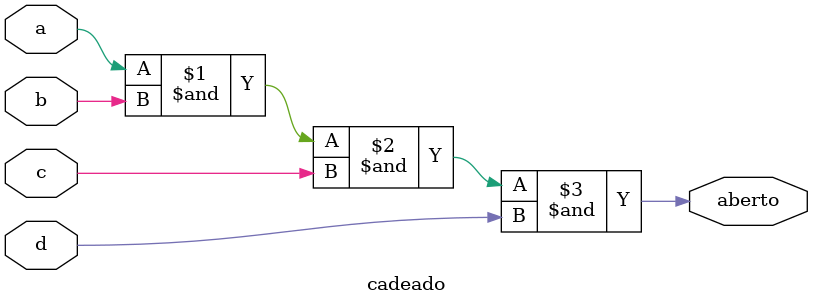
<source format=v>
module cadeado(
    output aberto,
    input a,
    input b,
    input c,
    input d
);

assign aberto = a & b & c & d;
//aberto depende de todas as entradas a,b,c,d. 
//sao todas portas logicas and, para ter saida 1 todas precisam ser 1;

endmodule
</source>
